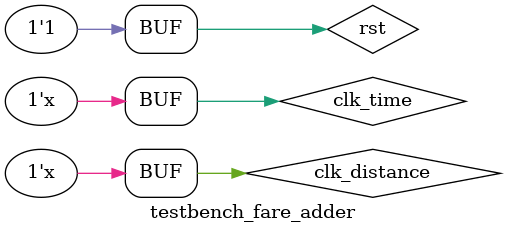
<source format=v>
`include "global_define.v"

module testbench_fare_adder();

reg clk_distance;
reg clk_time;
reg rst;
wire[15:0] data_bus;

fare_adder instance_fare_adder(
    .add_distance(clk_distance),
    .add_time(clk_time),
    .rst(rst),
    .data(data_bus)
);

initial begin
    clk_time <= 1'b0;
    clk_distance <= 1'b0;
    rst <= 1'b1;
    #5;
    rst <= 1'b0;
    #5;
    rst <= 1'b1;

    repeat(21) begin
        #1
        clk_time <= ~clk_time;
        #1
        clk_time <= ~clk_time;
    end

    #5;
    rst <= 1'b0;
    #5;
    rst <= 1'b1;

    repeat(2) begin
        #1
        clk_time <= ~clk_time;
        #1
        clk_time <= ~clk_time;
    end

    repeat(6) begin
        #1
        clk_distance <= ~clk_distance;
        #1
        clk_distance <= ~clk_distance;
    end

end

endmodule
</source>
